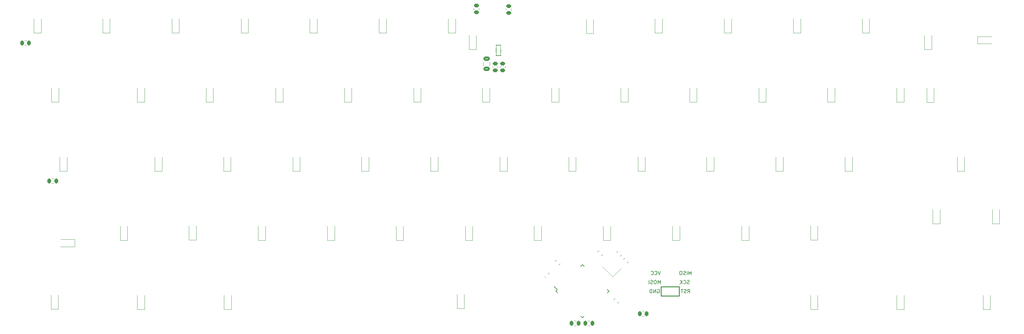
<source format=gbo>
G04 #@! TF.GenerationSoftware,KiCad,Pcbnew,(5.99.0-12639-gf606679164)*
G04 #@! TF.CreationDate,2021-10-23T17:35:33+02:00*
G04 #@! TF.ProjectId,IDB_reborn,4944425f-7265-4626-9f72-6e2e6b696361,rev?*
G04 #@! TF.SameCoordinates,Original*
G04 #@! TF.FileFunction,Legend,Bot*
G04 #@! TF.FilePolarity,Positive*
%FSLAX46Y46*%
G04 Gerber Fmt 4.6, Leading zero omitted, Abs format (unit mm)*
G04 Created by KiCad (PCBNEW (5.99.0-12639-gf606679164)) date 2021-10-23 17:35:33*
%MOMM*%
%LPD*%
G01*
G04 APERTURE LIST*
G04 Aperture macros list*
%AMRoundRect*
0 Rectangle with rounded corners*
0 $1 Rounding radius*
0 $2 $3 $4 $5 $6 $7 $8 $9 X,Y pos of 4 corners*
0 Add a 4 corners polygon primitive as box body*
4,1,4,$2,$3,$4,$5,$6,$7,$8,$9,$2,$3,0*
0 Add four circle primitives for the rounded corners*
1,1,$1+$1,$2,$3*
1,1,$1+$1,$4,$5*
1,1,$1+$1,$6,$7*
1,1,$1+$1,$8,$9*
0 Add four rect primitives between the rounded corners*
20,1,$1+$1,$2,$3,$4,$5,0*
20,1,$1+$1,$4,$5,$6,$7,0*
20,1,$1+$1,$6,$7,$8,$9,0*
20,1,$1+$1,$8,$9,$2,$3,0*%
%AMRotRect*
0 Rectangle, with rotation*
0 The origin of the aperture is its center*
0 $1 length*
0 $2 width*
0 $3 Rotation angle, in degrees counterclockwise*
0 Add horizontal line*
21,1,$1,$2,0,0,$3*%
G04 Aperture macros list end*
%ADD10C,0.150000*%
%ADD11C,0.120000*%
%ADD12C,0.250000*%
%ADD13C,1.750000*%
%ADD14C,3.987800*%
%ADD15C,2.250000*%
%ADD16C,1.905000*%
%ADD17R,1.905000X1.905000*%
%ADD18C,3.048000*%
%ADD19O,1.700000X1.700000*%
%ADD20R,1.200000X0.900000*%
%ADD21RoundRect,0.243750X-0.243750X-0.456250X0.243750X-0.456250X0.243750X0.456250X-0.243750X0.456250X0*%
%ADD22R,0.900000X1.200000*%
%ADD23RoundRect,0.243750X0.494975X0.150260X0.150260X0.494975X-0.494975X-0.150260X-0.150260X-0.494975X0*%
%ADD24RoundRect,0.243750X0.243750X0.456250X-0.243750X0.456250X-0.243750X-0.456250X0.243750X-0.456250X0*%
%ADD25RoundRect,0.243750X0.150260X-0.494975X0.494975X-0.150260X-0.150260X0.494975X-0.494975X0.150260X0*%
%ADD26RoundRect,0.243750X-0.150260X0.494975X-0.494975X0.150260X0.150260X-0.494975X0.494975X-0.150260X0*%
%ADD27RoundRect,0.250000X0.625000X-0.375000X0.625000X0.375000X-0.625000X0.375000X-0.625000X-0.375000X0*%
%ADD28C,1.700000*%
%ADD29R,1.700000X1.700000*%
%ADD30RoundRect,0.243750X0.456250X-0.243750X0.456250X0.243750X-0.456250X0.243750X-0.456250X-0.243750X0*%
%ADD31R,0.700000X1.000000*%
%ADD32R,0.700000X0.600000*%
%ADD33RotRect,1.500000X0.550000X315.000000*%
%ADD34RotRect,1.500000X0.550000X225.000000*%
%ADD35C,0.650000*%
%ADD36R,0.600000X1.450000*%
%ADD37R,0.300000X1.450000*%
%ADD38O,1.000000X2.100000*%
%ADD39O,1.000000X1.600000*%
%ADD40RotRect,1.400000X1.200000X135.000000*%
G04 APERTURE END LIST*
D10*
X187685428Y-170476630D02*
X187685428Y-169476630D01*
X187352095Y-170190916D01*
X187018761Y-169476630D01*
X187018761Y-170476630D01*
X186542571Y-170476630D02*
X186542571Y-169476630D01*
X186114000Y-170429011D02*
X185971142Y-170476630D01*
X185733047Y-170476630D01*
X185637809Y-170429011D01*
X185590190Y-170381392D01*
X185542571Y-170286154D01*
X185542571Y-170190916D01*
X185590190Y-170095678D01*
X185637809Y-170048059D01*
X185733047Y-170000440D01*
X185923523Y-169952821D01*
X186018761Y-169905202D01*
X186066380Y-169857583D01*
X186114000Y-169762345D01*
X186114000Y-169667107D01*
X186066380Y-169571869D01*
X186018761Y-169524250D01*
X185923523Y-169476630D01*
X185685428Y-169476630D01*
X185542571Y-169524250D01*
X184923523Y-169476630D02*
X184733047Y-169476630D01*
X184637809Y-169524250D01*
X184542571Y-169619488D01*
X184494952Y-169809964D01*
X184494952Y-170143297D01*
X184542571Y-170333773D01*
X184637809Y-170429011D01*
X184733047Y-170476630D01*
X184923523Y-170476630D01*
X185018761Y-170429011D01*
X185114000Y-170333773D01*
X185161619Y-170143297D01*
X185161619Y-169809964D01*
X185114000Y-169619488D01*
X185018761Y-169524250D01*
X184923523Y-169476630D01*
X179197333Y-169476630D02*
X178864000Y-170476630D01*
X178530666Y-169476630D01*
X177625904Y-170381392D02*
X177673523Y-170429011D01*
X177816380Y-170476630D01*
X177911619Y-170476630D01*
X178054476Y-170429011D01*
X178149714Y-170333773D01*
X178197333Y-170238535D01*
X178244952Y-170048059D01*
X178244952Y-169905202D01*
X178197333Y-169714726D01*
X178149714Y-169619488D01*
X178054476Y-169524250D01*
X177911619Y-169476630D01*
X177816380Y-169476630D01*
X177673523Y-169524250D01*
X177625904Y-169571869D01*
X176625904Y-170381392D02*
X176673523Y-170429011D01*
X176816380Y-170476630D01*
X176911619Y-170476630D01*
X177054476Y-170429011D01*
X177149714Y-170333773D01*
X177197333Y-170238535D01*
X177244952Y-170048059D01*
X177244952Y-169905202D01*
X177197333Y-169714726D01*
X177149714Y-169619488D01*
X177054476Y-169524250D01*
X176911619Y-169476630D01*
X176816380Y-169476630D01*
X176673523Y-169524250D01*
X176625904Y-169571869D01*
X186661619Y-175476630D02*
X186994952Y-175000440D01*
X187233047Y-175476630D02*
X187233047Y-174476630D01*
X186852095Y-174476630D01*
X186756857Y-174524250D01*
X186709238Y-174571869D01*
X186661619Y-174667107D01*
X186661619Y-174809964D01*
X186709238Y-174905202D01*
X186756857Y-174952821D01*
X186852095Y-175000440D01*
X187233047Y-175000440D01*
X186280666Y-175429011D02*
X186137809Y-175476630D01*
X185899714Y-175476630D01*
X185804476Y-175429011D01*
X185756857Y-175381392D01*
X185709238Y-175286154D01*
X185709238Y-175190916D01*
X185756857Y-175095678D01*
X185804476Y-175048059D01*
X185899714Y-175000440D01*
X186090190Y-174952821D01*
X186185428Y-174905202D01*
X186233047Y-174857583D01*
X186280666Y-174762345D01*
X186280666Y-174667107D01*
X186233047Y-174571869D01*
X186185428Y-174524250D01*
X186090190Y-174476630D01*
X185852095Y-174476630D01*
X185709238Y-174524250D01*
X185423523Y-174476630D02*
X184852095Y-174476630D01*
X185137809Y-175476630D02*
X185137809Y-174476630D01*
X187149714Y-172929011D02*
X187006857Y-172976630D01*
X186768761Y-172976630D01*
X186673523Y-172929011D01*
X186625904Y-172881392D01*
X186578285Y-172786154D01*
X186578285Y-172690916D01*
X186625904Y-172595678D01*
X186673523Y-172548059D01*
X186768761Y-172500440D01*
X186959238Y-172452821D01*
X187054476Y-172405202D01*
X187102095Y-172357583D01*
X187149714Y-172262345D01*
X187149714Y-172167107D01*
X187102095Y-172071869D01*
X187054476Y-172024250D01*
X186959238Y-171976630D01*
X186721142Y-171976630D01*
X186578285Y-172024250D01*
X185578285Y-172881392D02*
X185625904Y-172929011D01*
X185768761Y-172976630D01*
X185864000Y-172976630D01*
X186006857Y-172929011D01*
X186102095Y-172833773D01*
X186149714Y-172738535D01*
X186197333Y-172548059D01*
X186197333Y-172405202D01*
X186149714Y-172214726D01*
X186102095Y-172119488D01*
X186006857Y-172024250D01*
X185864000Y-171976630D01*
X185768761Y-171976630D01*
X185625904Y-172024250D01*
X185578285Y-172071869D01*
X185149714Y-172976630D02*
X185149714Y-171976630D01*
X184578285Y-172976630D02*
X185006857Y-172405202D01*
X184578285Y-171976630D02*
X185149714Y-172548059D01*
X178375904Y-174524250D02*
X178471142Y-174476630D01*
X178614000Y-174476630D01*
X178756857Y-174524250D01*
X178852095Y-174619488D01*
X178899714Y-174714726D01*
X178947333Y-174905202D01*
X178947333Y-175048059D01*
X178899714Y-175238535D01*
X178852095Y-175333773D01*
X178756857Y-175429011D01*
X178614000Y-175476630D01*
X178518761Y-175476630D01*
X178375904Y-175429011D01*
X178328285Y-175381392D01*
X178328285Y-175048059D01*
X178518761Y-175048059D01*
X177899714Y-175476630D02*
X177899714Y-174476630D01*
X177328285Y-175476630D01*
X177328285Y-174476630D01*
X176852095Y-175476630D02*
X176852095Y-174476630D01*
X176614000Y-174476630D01*
X176471142Y-174524250D01*
X176375904Y-174619488D01*
X176328285Y-174714726D01*
X176280666Y-174905202D01*
X176280666Y-175048059D01*
X176328285Y-175238535D01*
X176375904Y-175333773D01*
X176471142Y-175429011D01*
X176614000Y-175476630D01*
X176852095Y-175476630D01*
X179185428Y-172976630D02*
X179185428Y-171976630D01*
X178852095Y-172690916D01*
X178518761Y-171976630D01*
X178518761Y-172976630D01*
X177852095Y-171976630D02*
X177661619Y-171976630D01*
X177566380Y-172024250D01*
X177471142Y-172119488D01*
X177423523Y-172309964D01*
X177423523Y-172643297D01*
X177471142Y-172833773D01*
X177566380Y-172929011D01*
X177661619Y-172976630D01*
X177852095Y-172976630D01*
X177947333Y-172929011D01*
X178042571Y-172833773D01*
X178090190Y-172643297D01*
X178090190Y-172309964D01*
X178042571Y-172119488D01*
X177947333Y-172024250D01*
X177852095Y-171976630D01*
X177042571Y-172929011D02*
X176899714Y-172976630D01*
X176661619Y-172976630D01*
X176566380Y-172929011D01*
X176518761Y-172881392D01*
X176471142Y-172786154D01*
X176471142Y-172690916D01*
X176518761Y-172595678D01*
X176566380Y-172548059D01*
X176661619Y-172500440D01*
X176852095Y-172452821D01*
X176947333Y-172405202D01*
X176994952Y-172357583D01*
X177042571Y-172262345D01*
X177042571Y-172167107D01*
X176994952Y-172071869D01*
X176947333Y-172024250D01*
X176852095Y-171976630D01*
X176614000Y-171976630D01*
X176471142Y-172024250D01*
X176042571Y-172976630D02*
X176042571Y-171976630D01*
D11*
X189214000Y-122900000D02*
X189214000Y-119000000D01*
X189214000Y-122900000D02*
X187214000Y-122900000D01*
X187214000Y-122900000D02*
X187214000Y-119000000D01*
X208264000Y-122900000D02*
X206264000Y-122900000D01*
X206264000Y-122900000D02*
X206264000Y-119000000D01*
X208264000Y-122900000D02*
X208264000Y-119000000D01*
X79994000Y-141950000D02*
X79994000Y-138050000D01*
X79994000Y-141950000D02*
X77994000Y-141950000D01*
X77994000Y-141950000D02*
X77994000Y-138050000D01*
X98917000Y-141950000D02*
X98917000Y-138050000D01*
X96917000Y-141950000D02*
X96917000Y-138050000D01*
X98917000Y-141950000D02*
X96917000Y-141950000D01*
X30496000Y-161000000D02*
X30496000Y-157100000D01*
X32496000Y-161000000D02*
X30496000Y-161000000D01*
X32496000Y-161000000D02*
X32496000Y-157100000D01*
X51419000Y-160873000D02*
X51419000Y-156973000D01*
X51419000Y-160873000D02*
X49419000Y-160873000D01*
X49419000Y-160873000D02*
X49419000Y-156973000D01*
X89519000Y-161000000D02*
X87519000Y-161000000D01*
X89519000Y-161000000D02*
X89519000Y-157100000D01*
X87519000Y-161000000D02*
X87519000Y-157100000D01*
X201565000Y-161000000D02*
X201565000Y-157100000D01*
X203565000Y-161000000D02*
X203565000Y-157100000D01*
X203565000Y-161000000D02*
X201565000Y-161000000D01*
X270526000Y-156428000D02*
X270526000Y-152528000D01*
X272526000Y-156428000D02*
X272526000Y-152528000D01*
X272526000Y-156428000D02*
X270526000Y-156428000D01*
X37195000Y-180050000D02*
X37195000Y-176150000D01*
X37195000Y-180050000D02*
X35195000Y-180050000D01*
X35195000Y-180050000D02*
X35195000Y-176150000D01*
X61071000Y-180050000D02*
X59071000Y-180050000D01*
X61071000Y-180050000D02*
X61071000Y-176150000D01*
X59071000Y-180050000D02*
X59071000Y-176150000D01*
X123206000Y-179796000D02*
X123206000Y-175896000D01*
X125206000Y-179796000D02*
X123206000Y-179796000D01*
X125206000Y-179796000D02*
X125206000Y-175896000D01*
X246237000Y-180050000D02*
X244237000Y-180050000D01*
X246237000Y-180050000D02*
X246237000Y-176150000D01*
X244237000Y-180050000D02*
X244237000Y-176150000D01*
X269986000Y-180050000D02*
X269986000Y-176150000D01*
X269986000Y-180050000D02*
X267986000Y-180050000D01*
X267986000Y-180050000D02*
X267986000Y-176150000D01*
X122793000Y-103850000D02*
X120793000Y-103850000D01*
X122793000Y-103850000D02*
X122793000Y-99950000D01*
X120793000Y-103850000D02*
X120793000Y-99950000D01*
X236712000Y-103850000D02*
X234712000Y-103850000D01*
X234712000Y-103850000D02*
X234712000Y-99950000D01*
X236712000Y-103850000D02*
X236712000Y-99950000D01*
X196739000Y-103850000D02*
X196739000Y-99950000D01*
X198739000Y-103850000D02*
X198739000Y-99950000D01*
X198739000Y-103850000D02*
X196739000Y-103850000D01*
X73295000Y-122900000D02*
X73295000Y-119000000D01*
X75295000Y-122900000D02*
X75295000Y-119000000D01*
X75295000Y-122900000D02*
X73295000Y-122900000D01*
X37195000Y-122900000D02*
X35195000Y-122900000D01*
X37195000Y-122900000D02*
X37195000Y-119000000D01*
X35195000Y-122900000D02*
X35195000Y-119000000D01*
X11573000Y-122900000D02*
X11573000Y-119000000D01*
X13573000Y-122900000D02*
X11573000Y-122900000D01*
X13573000Y-122900000D02*
X13573000Y-119000000D01*
X46720000Y-103850000D02*
X46720000Y-99950000D01*
X44720000Y-103850000D02*
X44720000Y-99950000D01*
X46720000Y-103850000D02*
X44720000Y-103850000D01*
X27670000Y-103850000D02*
X27670000Y-99950000D01*
X25670000Y-103850000D02*
X25670000Y-99950000D01*
X27670000Y-103850000D02*
X25670000Y-103850000D01*
X177689000Y-103850000D02*
X177689000Y-99950000D01*
X179689000Y-103850000D02*
X177689000Y-103850000D01*
X179689000Y-103850000D02*
X179689000Y-99950000D01*
X56118000Y-122900000D02*
X54118000Y-122900000D01*
X56118000Y-122900000D02*
X56118000Y-119000000D01*
X54118000Y-122900000D02*
X54118000Y-119000000D01*
X126508000Y-108353250D02*
X126508000Y-104453250D01*
X128508000Y-108353250D02*
X128508000Y-104453250D01*
X128508000Y-108353250D02*
X126508000Y-108353250D01*
X65770000Y-103850000D02*
X63770000Y-103850000D01*
X65770000Y-103850000D02*
X65770000Y-99950000D01*
X63770000Y-103850000D02*
X63770000Y-99950000D01*
X101743000Y-103850000D02*
X101743000Y-99950000D01*
X103743000Y-103850000D02*
X101743000Y-103850000D01*
X103743000Y-103850000D02*
X103743000Y-99950000D01*
X92218000Y-122900000D02*
X92218000Y-119000000D01*
X94218000Y-122900000D02*
X92218000Y-122900000D01*
X94218000Y-122900000D02*
X94218000Y-119000000D01*
X217789000Y-103850000D02*
X215789000Y-103850000D01*
X215789000Y-103850000D02*
X215789000Y-99950000D01*
X217789000Y-103850000D02*
X217789000Y-99950000D01*
X160766000Y-103977000D02*
X160766000Y-100077000D01*
X160766000Y-103977000D02*
X158766000Y-103977000D01*
X158766000Y-103977000D02*
X158766000Y-100077000D01*
X253857000Y-108422000D02*
X253857000Y-104522000D01*
X253857000Y-108422000D02*
X251857000Y-108422000D01*
X251857000Y-108422000D02*
X251857000Y-104522000D01*
X84693000Y-103850000D02*
X82693000Y-103850000D01*
X84693000Y-103850000D02*
X84693000Y-99950000D01*
X82693000Y-103850000D02*
X82693000Y-99950000D01*
X6747000Y-103850000D02*
X6747000Y-99950000D01*
X8747000Y-103850000D02*
X6747000Y-103850000D01*
X8747000Y-103850000D02*
X8747000Y-99950000D01*
X11679422Y-143874250D02*
X12196578Y-143874250D01*
X11679422Y-145294250D02*
X12196578Y-145294250D01*
X232013000Y-141950000D02*
X230013000Y-141950000D01*
X230013000Y-141950000D02*
X230013000Y-138050000D01*
X232013000Y-141950000D02*
X232013000Y-138050000D01*
X266482000Y-104791000D02*
X270382000Y-104791000D01*
X266482000Y-106791000D02*
X266482000Y-104791000D01*
X266482000Y-106791000D02*
X270382000Y-106791000D01*
X17998000Y-160729250D02*
X17998000Y-162729250D01*
X17998000Y-162729250D02*
X14098000Y-162729250D01*
X17998000Y-160729250D02*
X14098000Y-160729250D01*
X254143000Y-156428000D02*
X254143000Y-152528000D01*
X256143000Y-156428000D02*
X256143000Y-152528000D01*
X256143000Y-156428000D02*
X254143000Y-156428000D01*
X163465000Y-161000000D02*
X163465000Y-157100000D01*
X165465000Y-161000000D02*
X163465000Y-161000000D01*
X165465000Y-161000000D02*
X165465000Y-157100000D01*
X68469000Y-161000000D02*
X68469000Y-157100000D01*
X70469000Y-161000000D02*
X68469000Y-161000000D01*
X70469000Y-161000000D02*
X70469000Y-157100000D01*
X184515000Y-161000000D02*
X184515000Y-157100000D01*
X182515000Y-161000000D02*
X182515000Y-157100000D01*
X184515000Y-161000000D02*
X182515000Y-161000000D01*
X108442000Y-161000000D02*
X106442000Y-161000000D01*
X108442000Y-161000000D02*
X108442000Y-157100000D01*
X106442000Y-161000000D02*
X106442000Y-157100000D01*
X210963000Y-141950000D02*
X210963000Y-138050000D01*
X212963000Y-141950000D02*
X210963000Y-141950000D01*
X212963000Y-141950000D02*
X212963000Y-138050000D01*
X193913000Y-141950000D02*
X191913000Y-141950000D01*
X193913000Y-141950000D02*
X193913000Y-138050000D01*
X191913000Y-141950000D02*
X191913000Y-138050000D01*
X262874000Y-141950000D02*
X260874000Y-141950000D01*
X262874000Y-141950000D02*
X262874000Y-138050000D01*
X260874000Y-141950000D02*
X260874000Y-138050000D01*
X144415000Y-161000000D02*
X144415000Y-157100000D01*
X146415000Y-161000000D02*
X144415000Y-161000000D01*
X146415000Y-161000000D02*
X146415000Y-157100000D01*
X127492000Y-161000000D02*
X125492000Y-161000000D01*
X127492000Y-161000000D02*
X127492000Y-157100000D01*
X125492000Y-161000000D02*
X125492000Y-157100000D01*
X254492000Y-122958250D02*
X252492000Y-122958250D01*
X252492000Y-122958250D02*
X252492000Y-119058250D01*
X254492000Y-122958250D02*
X254492000Y-119058250D01*
X113268000Y-122900000D02*
X111268000Y-122900000D01*
X111268000Y-122900000D02*
X111268000Y-119000000D01*
X113268000Y-122900000D02*
X113268000Y-119000000D01*
X132191000Y-122900000D02*
X132191000Y-119000000D01*
X130191000Y-122900000D02*
X130191000Y-119000000D01*
X132191000Y-122900000D02*
X130191000Y-122900000D01*
X60944000Y-141950000D02*
X58944000Y-141950000D01*
X60944000Y-141950000D02*
X60944000Y-138050000D01*
X58944000Y-141950000D02*
X58944000Y-138050000D01*
X42021000Y-141950000D02*
X42021000Y-138050000D01*
X40021000Y-141950000D02*
X40021000Y-138050000D01*
X42021000Y-141950000D02*
X40021000Y-141950000D01*
X172990000Y-141950000D02*
X172990000Y-138050000D01*
X174990000Y-141950000D02*
X172990000Y-141950000D01*
X174990000Y-141950000D02*
X174990000Y-138050000D01*
X244237000Y-122900000D02*
X244237000Y-119000000D01*
X246237000Y-122900000D02*
X244237000Y-122900000D01*
X246237000Y-122900000D02*
X246237000Y-119000000D01*
X153940000Y-141950000D02*
X153940000Y-138050000D01*
X155940000Y-141950000D02*
X153940000Y-141950000D01*
X155940000Y-141950000D02*
X155940000Y-138050000D01*
X225187000Y-122900000D02*
X225187000Y-119000000D01*
X227187000Y-122900000D02*
X227187000Y-119000000D01*
X227187000Y-122900000D02*
X225187000Y-122900000D01*
X117967000Y-141950000D02*
X117967000Y-138050000D01*
X117967000Y-141950000D02*
X115967000Y-141950000D01*
X115967000Y-141950000D02*
X115967000Y-138050000D01*
X151241000Y-122900000D02*
X149241000Y-122900000D01*
X149241000Y-122900000D02*
X149241000Y-119000000D01*
X151241000Y-122900000D02*
X151241000Y-119000000D01*
X15859000Y-141950000D02*
X15859000Y-138050000D01*
X15859000Y-141950000D02*
X13859000Y-141950000D01*
X13859000Y-141950000D02*
X13859000Y-138050000D01*
X170291000Y-122900000D02*
X170291000Y-119000000D01*
X170291000Y-122900000D02*
X168291000Y-122900000D01*
X168291000Y-122900000D02*
X168291000Y-119000000D01*
X137017000Y-141950000D02*
X135017000Y-141950000D01*
X135017000Y-141950000D02*
X135017000Y-138050000D01*
X137017000Y-141950000D02*
X137017000Y-138050000D01*
X11446000Y-179923000D02*
X11446000Y-176023000D01*
X13446000Y-179923000D02*
X11446000Y-179923000D01*
X13446000Y-179923000D02*
X13446000Y-176023000D01*
X222488000Y-180050000D02*
X220488000Y-180050000D01*
X222488000Y-180050000D02*
X222488000Y-176150000D01*
X220488000Y-180050000D02*
X220488000Y-176150000D01*
X148611975Y-170300046D02*
X148246291Y-169934362D01*
X147607883Y-171304138D02*
X147242199Y-170938454D01*
X155960578Y-183117250D02*
X155443422Y-183117250D01*
X155960578Y-184537250D02*
X155443422Y-184537250D01*
X161875112Y-164204046D02*
X162240796Y-163838362D01*
X162879204Y-165208138D02*
X163244888Y-164842454D01*
X167324204Y-178289138D02*
X167689888Y-177923454D01*
X166320112Y-177285046D02*
X166685796Y-176919362D01*
X151560888Y-167382454D02*
X151195204Y-167748138D01*
X150556796Y-166378362D02*
X150191112Y-166744046D01*
X168987112Y-166236046D02*
X169352796Y-165870362D01*
X169991204Y-167240138D02*
X170356888Y-166874454D01*
X168086204Y-165335138D02*
X168451888Y-164969454D01*
X167082112Y-164331046D02*
X167447796Y-163965362D01*
X132228000Y-112928314D02*
X132228000Y-111724186D01*
X130408000Y-112928314D02*
X130408000Y-111724186D01*
D12*
X179364000Y-176274250D02*
X184364000Y-176274250D01*
X179364000Y-173774250D02*
X179364000Y-176274250D01*
X184364000Y-173774250D02*
X179364000Y-173774250D01*
X184364000Y-176274250D02*
X184364000Y-173774250D01*
D11*
X174190922Y-181870250D02*
X174708078Y-181870250D01*
X174190922Y-180450250D02*
X174708078Y-180450250D01*
X129234000Y-97471828D02*
X129234000Y-96954672D01*
X127814000Y-97471828D02*
X127814000Y-96954672D01*
X136473000Y-113473828D02*
X136473000Y-112956672D01*
X135053000Y-113473828D02*
X135053000Y-112956672D01*
X133021000Y-113473828D02*
X133021000Y-112956672D01*
X134441000Y-113473828D02*
X134441000Y-112956672D01*
X136704000Y-97647328D02*
X136704000Y-97130172D01*
X138124000Y-97647328D02*
X138124000Y-97130172D01*
X159253422Y-183117250D02*
X159770578Y-183117250D01*
X159253422Y-184537250D02*
X159770578Y-184537250D01*
D10*
X133970000Y-107193250D02*
X135270000Y-107193250D01*
X135270000Y-110093250D02*
X133970000Y-110093250D01*
X135270000Y-107193250D02*
X135270000Y-110093250D01*
X133970000Y-107193250D02*
X133970000Y-110093250D01*
X157734000Y-167687445D02*
X157256703Y-168164742D01*
X150415445Y-175006000D02*
X150892742Y-175483297D01*
X150822031Y-174599414D02*
X149920470Y-173697852D01*
X157734000Y-182324555D02*
X158211297Y-181847258D01*
X157734000Y-182324555D02*
X157256703Y-181847258D01*
X150415445Y-175006000D02*
X150822031Y-174599414D01*
X165052555Y-175006000D02*
X164575258Y-175483297D01*
X165052555Y-175006000D02*
X164575258Y-174528703D01*
X157734000Y-167687445D02*
X158211297Y-168164742D01*
D11*
X220488000Y-160873000D02*
X220488000Y-156973000D01*
X222488000Y-160873000D02*
X220488000Y-160873000D01*
X222488000Y-160873000D02*
X222488000Y-156973000D01*
X4186422Y-107321250D02*
X4703578Y-107321250D01*
X4186422Y-105901250D02*
X4703578Y-105901250D01*
X166109487Y-171041190D02*
X163281060Y-168212763D01*
X168442940Y-168707737D02*
X166109487Y-171041190D01*
%LPC*%
D13*
X-5080000Y-101531250D03*
D14*
X0Y-101531250D03*
D13*
X5080000Y-101531250D03*
D15*
X-3810000Y-98991250D03*
X2540000Y-96451250D03*
D16*
X-1270000Y-106611250D03*
D17*
X1270000Y-106611250D03*
D14*
X19000000Y-101531250D03*
D13*
X13920000Y-101531250D03*
X24080000Y-101531250D03*
D15*
X15190000Y-98991250D03*
X21540000Y-96451250D03*
D13*
X32920000Y-101531250D03*
X43080000Y-101531250D03*
D14*
X38000000Y-101531250D03*
D15*
X34190000Y-98991250D03*
X40540000Y-96451250D03*
D13*
X51920000Y-101531250D03*
X62080000Y-101531250D03*
D14*
X57000000Y-101531250D03*
D15*
X53190000Y-98991250D03*
X59540000Y-96451250D03*
D14*
X76000000Y-101531250D03*
D13*
X81080000Y-101531250D03*
X70920000Y-101531250D03*
D15*
X72190000Y-98991250D03*
X78540000Y-96451250D03*
D13*
X100080000Y-101531250D03*
X89920000Y-101531250D03*
D14*
X95000000Y-101531250D03*
D15*
X91190000Y-98991250D03*
X97540000Y-96451250D03*
D13*
X108920000Y-101531250D03*
X119080000Y-101531250D03*
D14*
X114000000Y-101531250D03*
D15*
X110190000Y-98991250D03*
X116540000Y-96451250D03*
D14*
X152000000Y-101531250D03*
D13*
X157080000Y-101531250D03*
X146920000Y-101531250D03*
D15*
X148190000Y-98991250D03*
X154540000Y-96451250D03*
D13*
X165920000Y-101531250D03*
D14*
X171000000Y-101531250D03*
D13*
X176080000Y-101531250D03*
D15*
X167190000Y-98991250D03*
X173540000Y-96451250D03*
D13*
X184920000Y-101531250D03*
D14*
X190000000Y-101531250D03*
D13*
X195080000Y-101531250D03*
D15*
X186190000Y-98991250D03*
X192540000Y-96451250D03*
D14*
X209000000Y-101531250D03*
D13*
X214080000Y-101531250D03*
X203920000Y-101531250D03*
D15*
X205190000Y-98991250D03*
X211540000Y-96451250D03*
D14*
X228000000Y-101531250D03*
D13*
X233080000Y-101531250D03*
X222920000Y-101531250D03*
D15*
X224190000Y-98991250D03*
X230540000Y-96451250D03*
D14*
X244562000Y-109786250D03*
X256500000Y-101531250D03*
D13*
X251420000Y-101531250D03*
D14*
X268438000Y-109786250D03*
D18*
X244562000Y-94546250D03*
D13*
X261580000Y-101531250D03*
D18*
X268438000Y-94546250D03*
D15*
X252690000Y-98991250D03*
X259040000Y-96451250D03*
D13*
X9830000Y-120531250D03*
X-330000Y-120531250D03*
D14*
X4750000Y-120531250D03*
D15*
X940000Y-117991250D03*
X7290000Y-115451250D03*
D13*
X33580000Y-120531250D03*
X23420000Y-120531250D03*
D14*
X28500000Y-120531250D03*
D15*
X24690000Y-117991250D03*
X31040000Y-115451250D03*
D14*
X47500000Y-120531250D03*
D13*
X42420000Y-120531250D03*
X52580000Y-120531250D03*
D15*
X43690000Y-117991250D03*
X50040000Y-115451250D03*
D13*
X61420000Y-120531250D03*
D14*
X66500000Y-120531250D03*
D13*
X71580000Y-120531250D03*
D15*
X62690000Y-117991250D03*
X69040000Y-115451250D03*
D14*
X85500000Y-120531250D03*
D13*
X80420000Y-120531250D03*
X90580000Y-120531250D03*
D15*
X81690000Y-117991250D03*
X88040000Y-115451250D03*
D14*
X104500000Y-120531250D03*
D13*
X99420000Y-120531250D03*
X109580000Y-120531250D03*
D15*
X100690000Y-117991250D03*
X107040000Y-115451250D03*
D13*
X128580000Y-120531250D03*
D14*
X123500000Y-120531250D03*
D13*
X118420000Y-120531250D03*
D15*
X119690000Y-117991250D03*
X126040000Y-115451250D03*
D13*
X147580000Y-120531250D03*
D14*
X142500000Y-120531250D03*
D13*
X137420000Y-120531250D03*
D15*
X138690000Y-117991250D03*
X145040000Y-115451250D03*
D13*
X166580000Y-120531250D03*
D14*
X161500000Y-120531250D03*
D13*
X156420000Y-120531250D03*
D15*
X157690000Y-117991250D03*
X164040000Y-115451250D03*
D14*
X180500000Y-120531250D03*
D13*
X185580000Y-120531250D03*
X175420000Y-120531250D03*
D15*
X176690000Y-117991250D03*
X183040000Y-115451250D03*
D13*
X204580000Y-120531250D03*
D14*
X199500000Y-120531250D03*
D13*
X194420000Y-120531250D03*
D15*
X195690000Y-117991250D03*
X202040000Y-115451250D03*
D14*
X218500000Y-120531250D03*
D13*
X223580000Y-120531250D03*
X213420000Y-120531250D03*
D15*
X214690000Y-117991250D03*
X221040000Y-115451250D03*
D13*
X242580000Y-120531250D03*
X232420000Y-120531250D03*
D14*
X237500000Y-120531250D03*
D15*
X233690000Y-117991250D03*
X240040000Y-115451250D03*
D14*
X261250000Y-120531250D03*
D13*
X266330000Y-120531250D03*
X256170000Y-120531250D03*
D15*
X257440000Y-117991250D03*
X263790000Y-115451250D03*
D14*
X7125000Y-139531250D03*
D13*
X12205000Y-139531250D03*
X2045000Y-139531250D03*
D15*
X3315000Y-136991250D03*
X9665000Y-134451250D03*
D16*
X5855000Y-144611250D03*
D17*
X8395000Y-144611250D03*
D13*
X47170000Y-139531250D03*
D14*
X52250000Y-139531250D03*
D13*
X57330000Y-139531250D03*
D15*
X48440000Y-136991250D03*
X54790000Y-134451250D03*
D13*
X66170000Y-139531250D03*
X76330000Y-139531250D03*
D14*
X71250000Y-139531250D03*
D15*
X67440000Y-136991250D03*
X73790000Y-134451250D03*
D13*
X85170000Y-139531250D03*
D14*
X90250000Y-139531250D03*
D13*
X95330000Y-139531250D03*
D15*
X86440000Y-136991250D03*
X92790000Y-134451250D03*
D13*
X104170000Y-139531250D03*
X114330000Y-139531250D03*
D14*
X109250000Y-139531250D03*
D15*
X105440000Y-136991250D03*
X111790000Y-134451250D03*
D13*
X133330000Y-139531250D03*
D14*
X128250000Y-139531250D03*
D13*
X123170000Y-139531250D03*
D15*
X124440000Y-136991250D03*
X130790000Y-134451250D03*
D13*
X171330000Y-139531250D03*
X161170000Y-139531250D03*
D14*
X166250000Y-139531250D03*
D15*
X162440000Y-136991250D03*
X168790000Y-134451250D03*
D13*
X190330000Y-139531250D03*
D14*
X185250000Y-139531250D03*
D13*
X180170000Y-139531250D03*
D15*
X181440000Y-136991250D03*
X187790000Y-134451250D03*
D13*
X199170000Y-139531250D03*
D14*
X204250000Y-139531250D03*
D13*
X209330000Y-139531250D03*
D15*
X200440000Y-136991250D03*
X206790000Y-134451250D03*
D13*
X218170000Y-139531250D03*
D14*
X223250000Y-139531250D03*
D13*
X228330000Y-139531250D03*
D15*
X219440000Y-136991250D03*
X225790000Y-134451250D03*
D13*
X247330000Y-139531250D03*
D14*
X242250000Y-139531250D03*
D13*
X237170000Y-139531250D03*
D15*
X238440000Y-136991250D03*
X244790000Y-134451250D03*
D13*
X7455000Y-158531250D03*
D14*
X2375000Y-158531250D03*
D13*
X-2705000Y-158531250D03*
D15*
X-1435000Y-155991250D03*
X4915000Y-153451250D03*
D13*
X18670000Y-158531250D03*
X28830000Y-158531250D03*
D14*
X23750000Y-158531250D03*
D15*
X19940000Y-155991250D03*
X26290000Y-153451250D03*
D14*
X42750000Y-158531250D03*
D13*
X37670000Y-158531250D03*
X47830000Y-158531250D03*
D15*
X38940000Y-155991250D03*
X45290000Y-153451250D03*
D13*
X56670000Y-158531250D03*
X66830000Y-158531250D03*
D14*
X61750000Y-158531250D03*
D15*
X57940000Y-155991250D03*
X64290000Y-153451250D03*
D13*
X85830000Y-158531250D03*
D14*
X80750000Y-158531250D03*
D13*
X75670000Y-158531250D03*
D15*
X76940000Y-155991250D03*
X83290000Y-153451250D03*
D13*
X104830000Y-158531250D03*
D14*
X99750000Y-158531250D03*
D13*
X94670000Y-158531250D03*
D15*
X95940000Y-155991250D03*
X102290000Y-153451250D03*
D14*
X118750000Y-158531250D03*
D13*
X113670000Y-158531250D03*
X123830000Y-158531250D03*
D15*
X114940000Y-155991250D03*
X121290000Y-153451250D03*
D13*
X142830000Y-158531250D03*
X132670000Y-158531250D03*
D14*
X137750000Y-158531250D03*
D15*
X133940000Y-155991250D03*
X140290000Y-153451250D03*
D14*
X175750000Y-158531250D03*
D13*
X170670000Y-158531250D03*
X180830000Y-158531250D03*
D15*
X171940000Y-155991250D03*
X178290000Y-153451250D03*
D14*
X194750000Y-158531250D03*
D13*
X189670000Y-158531250D03*
X199830000Y-158531250D03*
D15*
X190940000Y-155991250D03*
X197290000Y-153451250D03*
D14*
X213750000Y-158531250D03*
D13*
X208670000Y-158531250D03*
X218830000Y-158531250D03*
D15*
X209940000Y-155991250D03*
X216290000Y-153451250D03*
D13*
X244955000Y-158531250D03*
X234795000Y-158531250D03*
D14*
X239875000Y-158531250D03*
D15*
X236065000Y-155991250D03*
X242415000Y-153451250D03*
D14*
X4750000Y-177531250D03*
D13*
X9830000Y-177531250D03*
X-330000Y-177531250D03*
D15*
X940000Y-174991250D03*
X7290000Y-172451250D03*
D13*
X23420000Y-177531250D03*
D14*
X28500000Y-177531250D03*
D13*
X33580000Y-177531250D03*
D15*
X24690000Y-174991250D03*
X31040000Y-172451250D03*
D14*
X52250000Y-177531250D03*
D13*
X57330000Y-177531250D03*
X47170000Y-177531250D03*
D15*
X48440000Y-174991250D03*
X54790000Y-172451250D03*
D13*
X138080000Y-177531250D03*
D18*
X190150000Y-184516250D03*
D14*
X133000000Y-177531250D03*
D13*
X127920000Y-177531250D03*
D18*
X75850000Y-184516250D03*
D14*
X190150000Y-169276250D03*
X75850000Y-169276250D03*
D15*
X129190000Y-174991250D03*
X135540000Y-172451250D03*
D14*
X213750000Y-177531250D03*
D13*
X208670000Y-177531250D03*
X218830000Y-177531250D03*
D15*
X209940000Y-174991250D03*
X216290000Y-172451250D03*
D13*
X232420000Y-177531250D03*
D14*
X237500000Y-177531250D03*
D13*
X242580000Y-177531250D03*
D15*
X233690000Y-174991250D03*
X240040000Y-172451250D03*
D13*
X266330000Y-177531250D03*
X256170000Y-177531250D03*
D14*
X261250000Y-177531250D03*
D15*
X257440000Y-174991250D03*
X263790000Y-172451250D03*
D13*
X241920000Y-101531250D03*
D14*
X247000000Y-101531250D03*
D13*
X252080000Y-101531250D03*
D15*
X243190000Y-98991250D03*
X249540000Y-96451250D03*
D14*
X271880000Y-118093250D03*
D13*
X263625000Y-135111250D03*
D14*
X263625000Y-130031250D03*
D18*
X256640000Y-118093250D03*
D13*
X263625000Y-124951250D03*
D18*
X256640000Y-141969250D03*
D14*
X271880000Y-141969250D03*
D15*
X266165000Y-126221250D03*
X268705000Y-132571250D03*
D13*
X-2705000Y-139531250D03*
D14*
X2375000Y-139531250D03*
D13*
X7455000Y-139531250D03*
D15*
X-1435000Y-136991250D03*
X4915000Y-134451250D03*
D16*
X3645000Y-144611250D03*
D17*
X1105000Y-144611250D03*
D18*
X23813000Y-151546250D03*
D13*
X16955000Y-158531250D03*
D14*
X23813000Y-166786250D03*
D13*
X6795000Y-158531250D03*
D14*
X-63000Y-166786250D03*
D18*
X-63000Y-151546250D03*
D14*
X11875000Y-158531250D03*
D15*
X8065000Y-155991250D03*
X14415000Y-153451250D03*
D18*
X237437000Y-151546250D03*
D14*
X249375000Y-158531250D03*
D18*
X261313000Y-151546250D03*
D14*
X261313000Y-166786250D03*
X237437000Y-166786250D03*
D13*
X254455000Y-158531250D03*
X244295000Y-158531250D03*
D15*
X245565000Y-155991250D03*
X251915000Y-153451250D03*
D13*
X260920000Y-101531250D03*
X271080000Y-101531250D03*
D14*
X266000000Y-101531250D03*
D15*
X262190000Y-98991250D03*
X268540000Y-96451250D03*
D13*
X142170000Y-139531250D03*
D14*
X147250000Y-139531250D03*
D13*
X152330000Y-139531250D03*
D15*
X143440000Y-136991250D03*
X149790000Y-134451250D03*
D13*
X38330000Y-139531250D03*
X28170000Y-139531250D03*
D14*
X33250000Y-139531250D03*
D15*
X29440000Y-136991250D03*
X35790000Y-134451250D03*
D13*
X271080000Y-158531250D03*
D14*
X266000000Y-158531250D03*
D13*
X260920000Y-158531250D03*
D15*
X262190000Y-155991250D03*
X268540000Y-153451250D03*
D13*
X161830000Y-158531250D03*
D14*
X156750000Y-158531250D03*
D13*
X151670000Y-158531250D03*
D15*
X152940000Y-155991250D03*
X159290000Y-153451250D03*
D14*
X242187000Y-147786250D03*
X266063000Y-147786250D03*
D13*
X249045000Y-139531250D03*
D18*
X242187000Y-132546250D03*
X266063000Y-132546250D03*
D14*
X254125000Y-139531250D03*
D13*
X259205000Y-139531250D03*
D15*
X250315000Y-136991250D03*
X256665000Y-134451250D03*
D19*
X180594000Y-180271250D03*
X183134000Y-180271250D03*
D13*
X138080560Y-101527200D03*
D14*
X133000560Y-101527200D03*
D13*
X127920560Y-101527200D03*
D15*
X136810560Y-104067200D03*
X130460560Y-106607200D03*
D20*
X188214000Y-122300000D03*
X188214000Y-119000000D03*
X207264000Y-122300000D03*
X207264000Y-119000000D03*
X78994000Y-141350000D03*
X78994000Y-138050000D03*
X97917000Y-141350000D03*
X97917000Y-138050000D03*
X31496000Y-160400000D03*
X31496000Y-157100000D03*
X50419000Y-160273000D03*
X50419000Y-156973000D03*
X88519000Y-160400000D03*
X88519000Y-157100000D03*
X202565000Y-160400000D03*
X202565000Y-157100000D03*
X271526000Y-155828000D03*
X271526000Y-152528000D03*
X36195000Y-179450000D03*
X36195000Y-176150000D03*
X60071000Y-179450000D03*
X60071000Y-176150000D03*
X124206000Y-179196000D03*
X124206000Y-175896000D03*
X245237000Y-179450000D03*
X245237000Y-176150000D03*
X268986000Y-179450000D03*
X268986000Y-176150000D03*
X121793000Y-103250000D03*
X121793000Y-99950000D03*
X235712000Y-103250000D03*
X235712000Y-99950000D03*
X197739000Y-103250000D03*
X197739000Y-99950000D03*
X74295000Y-122300000D03*
X74295000Y-119000000D03*
X36195000Y-122300000D03*
X36195000Y-119000000D03*
X12573000Y-122300000D03*
X12573000Y-119000000D03*
X45720000Y-103250000D03*
X45720000Y-99950000D03*
X26670000Y-103250000D03*
X26670000Y-99950000D03*
X178689000Y-103250000D03*
X178689000Y-99950000D03*
X55118000Y-122300000D03*
X55118000Y-119000000D03*
X127508000Y-107753250D03*
X127508000Y-104453250D03*
X64770000Y-103250000D03*
X64770000Y-99950000D03*
X102743000Y-103250000D03*
X102743000Y-99950000D03*
X93218000Y-122300000D03*
X93218000Y-119000000D03*
X216789000Y-103250000D03*
X216789000Y-99950000D03*
X159766000Y-103377000D03*
X159766000Y-100077000D03*
X252857000Y-107822000D03*
X252857000Y-104522000D03*
X83693000Y-103250000D03*
X83693000Y-99950000D03*
X7747000Y-103250000D03*
X7747000Y-99950000D03*
D21*
X11000500Y-144584250D03*
X12875500Y-144584250D03*
D20*
X231013000Y-141350000D03*
X231013000Y-138050000D03*
D22*
X267082000Y-105791000D03*
X270382000Y-105791000D03*
X17398000Y-161729250D03*
X14098000Y-161729250D03*
D20*
X255143000Y-155828000D03*
X255143000Y-152528000D03*
X164465000Y-160400000D03*
X164465000Y-157100000D03*
X69469000Y-160400000D03*
X69469000Y-157100000D03*
X183515000Y-160400000D03*
X183515000Y-157100000D03*
X107442000Y-160400000D03*
X107442000Y-157100000D03*
X211963000Y-141350000D03*
X211963000Y-138050000D03*
X192913000Y-141350000D03*
X192913000Y-138050000D03*
X261874000Y-141350000D03*
X261874000Y-138050000D03*
X145415000Y-160400000D03*
X145415000Y-157100000D03*
X126492000Y-160400000D03*
X126492000Y-157100000D03*
X253492000Y-122358250D03*
X253492000Y-119058250D03*
X112268000Y-122300000D03*
X112268000Y-119000000D03*
X131191000Y-122300000D03*
X131191000Y-119000000D03*
X59944000Y-141350000D03*
X59944000Y-138050000D03*
X41021000Y-141350000D03*
X41021000Y-138050000D03*
X173990000Y-141350000D03*
X173990000Y-138050000D03*
X245237000Y-122300000D03*
X245237000Y-119000000D03*
X154940000Y-141350000D03*
X154940000Y-138050000D03*
X226187000Y-122300000D03*
X226187000Y-119000000D03*
X116967000Y-141350000D03*
X116967000Y-138050000D03*
X150241000Y-122300000D03*
X150241000Y-119000000D03*
X14859000Y-141350000D03*
X14859000Y-138050000D03*
X169291000Y-122300000D03*
X169291000Y-119000000D03*
X136017000Y-141350000D03*
X136017000Y-138050000D03*
X12446000Y-179323000D03*
X12446000Y-176023000D03*
X221488000Y-179450000D03*
X221488000Y-176150000D03*
D23*
X148590000Y-171282163D03*
X147264174Y-169956337D03*
D24*
X156639500Y-183827250D03*
X154764500Y-183827250D03*
D25*
X161897087Y-165186163D03*
X163222913Y-163860337D03*
X166342087Y-178267163D03*
X167667913Y-176941337D03*
D26*
X151538913Y-166400337D03*
X150213087Y-167726163D03*
D25*
X169009087Y-167218163D03*
X170334913Y-165892337D03*
X167104087Y-165313163D03*
X168429913Y-163987337D03*
D27*
X131318000Y-113726250D03*
X131318000Y-110926250D03*
D28*
X183134000Y-169984250D03*
X180594000Y-169984250D03*
X183134000Y-172524250D03*
X180594000Y-172524250D03*
X183134000Y-175064250D03*
D29*
X180594000Y-175064250D03*
D21*
X173512000Y-181160250D03*
X175387000Y-181160250D03*
D30*
X128524000Y-98150750D03*
X128524000Y-96275750D03*
X135763000Y-114152750D03*
X135763000Y-112277750D03*
X133731000Y-114152750D03*
X133731000Y-112277750D03*
X137414000Y-98326250D03*
X137414000Y-96451250D03*
D21*
X158574500Y-183827250D03*
X160449500Y-183827250D03*
D31*
X135620000Y-107893250D03*
D32*
X135620000Y-109593250D03*
X133620000Y-109593250D03*
X133620000Y-107693250D03*
D33*
X150875064Y-173803918D03*
X151440750Y-173238233D03*
X152006435Y-172672548D03*
X152572120Y-172106862D03*
X153137806Y-171541177D03*
X153703491Y-170975491D03*
X154269177Y-170409806D03*
X154834862Y-169844120D03*
X155400548Y-169278435D03*
X155966233Y-168712750D03*
X156531918Y-168147064D03*
D34*
X158936082Y-168147064D03*
X159501767Y-168712750D03*
X160067452Y-169278435D03*
X160633138Y-169844120D03*
X161198823Y-170409806D03*
X161764509Y-170975491D03*
X162330194Y-171541177D03*
X162895880Y-172106862D03*
X163461565Y-172672548D03*
X164027250Y-173238233D03*
X164592936Y-173803918D03*
D33*
X164592936Y-176208082D03*
X164027250Y-176773767D03*
X163461565Y-177339452D03*
X162895880Y-177905138D03*
X162330194Y-178470823D03*
X161764509Y-179036509D03*
X161198823Y-179602194D03*
X160633138Y-180167880D03*
X160067452Y-180733565D03*
X159501767Y-181299250D03*
X158936082Y-181864936D03*
D34*
X156531918Y-181864936D03*
X155966233Y-181299250D03*
X155400548Y-180733565D03*
X154834862Y-180167880D03*
X154269177Y-179602194D03*
X153703491Y-179036509D03*
X153137806Y-178470823D03*
X152572120Y-177905138D03*
X152006435Y-177339452D03*
X151440750Y-176773767D03*
X150875064Y-176208082D03*
D20*
X221488000Y-160273000D03*
X221488000Y-156973000D03*
D35*
X130079000Y-93118000D03*
X135859000Y-93118000D03*
D36*
X129744000Y-94563000D03*
X130519000Y-94563000D03*
D37*
X131219000Y-94563000D03*
X131719000Y-94563000D03*
X132219000Y-94563000D03*
X132719000Y-94563000D03*
X133219000Y-94563000D03*
X133719000Y-94563000D03*
X134219000Y-94563000D03*
X134719000Y-94563000D03*
D36*
X135419000Y-94563000D03*
X136194000Y-94563000D03*
D38*
X137289000Y-93648000D03*
D39*
X137289000Y-89468000D03*
D38*
X128649000Y-93648000D03*
D39*
X128649000Y-89468000D03*
D21*
X3507500Y-106611250D03*
X5382500Y-106611250D03*
D40*
X166038777Y-169839108D03*
X164483142Y-168283473D03*
X165685223Y-167081392D03*
X167240858Y-168637027D03*
M02*

</source>
